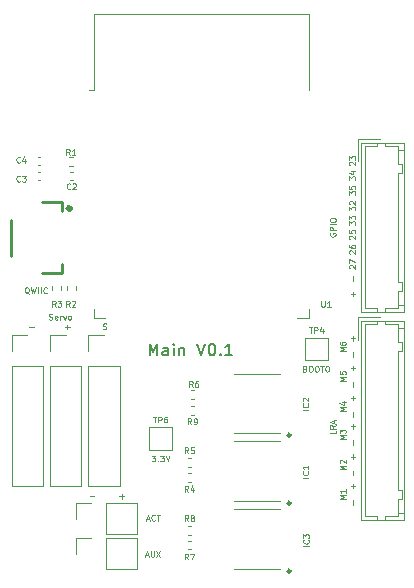
<source format=gbr>
%TF.GenerationSoftware,KiCad,Pcbnew,(6.0.0-0)*%
%TF.CreationDate,2022-04-13T11:49:57+02:00*%
%TF.ProjectId,Main,4d61696e-2e6b-4696-9361-645f70636258,rev?*%
%TF.SameCoordinates,Original*%
%TF.FileFunction,Legend,Top*%
%TF.FilePolarity,Positive*%
%FSLAX46Y46*%
G04 Gerber Fmt 4.6, Leading zero omitted, Abs format (unit mm)*
G04 Created by KiCad (PCBNEW (6.0.0-0)) date 2022-04-13 11:49:57*
%MOMM*%
%LPD*%
G01*
G04 APERTURE LIST*
%ADD10C,0.100000*%
%ADD11C,0.200000*%
%ADD12C,0.120000*%
%ADD13C,0.250000*%
%ADD14C,0.254000*%
%ADD15C,0.398780*%
G04 APERTURE END LIST*
D10*
X90033333Y-90064285D02*
X90104761Y-90088095D01*
X90128571Y-90111904D01*
X90152380Y-90159523D01*
X90152380Y-90230952D01*
X90128571Y-90278571D01*
X90104761Y-90302380D01*
X90057142Y-90326190D01*
X89866666Y-90326190D01*
X89866666Y-89826190D01*
X90033333Y-89826190D01*
X90080952Y-89850000D01*
X90104761Y-89873809D01*
X90128571Y-89921428D01*
X90128571Y-89969047D01*
X90104761Y-90016666D01*
X90080952Y-90040476D01*
X90033333Y-90064285D01*
X89866666Y-90064285D01*
X90461904Y-89826190D02*
X90557142Y-89826190D01*
X90604761Y-89850000D01*
X90652380Y-89897619D01*
X90676190Y-89992857D01*
X90676190Y-90159523D01*
X90652380Y-90254761D01*
X90604761Y-90302380D01*
X90557142Y-90326190D01*
X90461904Y-90326190D01*
X90414285Y-90302380D01*
X90366666Y-90254761D01*
X90342857Y-90159523D01*
X90342857Y-89992857D01*
X90366666Y-89897619D01*
X90414285Y-89850000D01*
X90461904Y-89826190D01*
X90985714Y-89826190D02*
X91080952Y-89826190D01*
X91128571Y-89850000D01*
X91176190Y-89897619D01*
X91200000Y-89992857D01*
X91200000Y-90159523D01*
X91176190Y-90254761D01*
X91128571Y-90302380D01*
X91080952Y-90326190D01*
X90985714Y-90326190D01*
X90938095Y-90302380D01*
X90890476Y-90254761D01*
X90866666Y-90159523D01*
X90866666Y-89992857D01*
X90890476Y-89897619D01*
X90938095Y-89850000D01*
X90985714Y-89826190D01*
X91342857Y-89826190D02*
X91628571Y-89826190D01*
X91485714Y-90326190D02*
X91485714Y-89826190D01*
X91890476Y-89826190D02*
X91938095Y-89826190D01*
X91985714Y-89850000D01*
X92009523Y-89873809D01*
X92033333Y-89921428D01*
X92057142Y-90016666D01*
X92057142Y-90135714D01*
X92033333Y-90230952D01*
X92009523Y-90278571D01*
X91985714Y-90302380D01*
X91938095Y-90326190D01*
X91890476Y-90326190D01*
X91842857Y-90302380D01*
X91819047Y-90278571D01*
X91795238Y-90230952D01*
X91771428Y-90135714D01*
X91771428Y-90016666D01*
X91795238Y-89921428D01*
X91819047Y-89873809D01*
X91842857Y-89850000D01*
X91890476Y-89826190D01*
X77061904Y-97426190D02*
X77371428Y-97426190D01*
X77204761Y-97616666D01*
X77276190Y-97616666D01*
X77323809Y-97640476D01*
X77347619Y-97664285D01*
X77371428Y-97711904D01*
X77371428Y-97830952D01*
X77347619Y-97878571D01*
X77323809Y-97902380D01*
X77276190Y-97926190D01*
X77133333Y-97926190D01*
X77085714Y-97902380D01*
X77061904Y-97878571D01*
X77585714Y-97878571D02*
X77609523Y-97902380D01*
X77585714Y-97926190D01*
X77561904Y-97902380D01*
X77585714Y-97878571D01*
X77585714Y-97926190D01*
X77776190Y-97426190D02*
X78085714Y-97426190D01*
X77919047Y-97616666D01*
X77990476Y-97616666D01*
X78038095Y-97640476D01*
X78061904Y-97664285D01*
X78085714Y-97711904D01*
X78085714Y-97830952D01*
X78061904Y-97878571D01*
X78038095Y-97902380D01*
X77990476Y-97926190D01*
X77847619Y-97926190D01*
X77800000Y-97902380D01*
X77776190Y-97878571D01*
X78228571Y-97426190D02*
X78395238Y-97926190D01*
X78561904Y-97426190D01*
X93776190Y-75354761D02*
X93776190Y-75045238D01*
X93966666Y-75211904D01*
X93966666Y-75140476D01*
X93990476Y-75092857D01*
X94014285Y-75069047D01*
X94061904Y-75045238D01*
X94180952Y-75045238D01*
X94228571Y-75069047D01*
X94252380Y-75092857D01*
X94276190Y-75140476D01*
X94276190Y-75283333D01*
X94252380Y-75330952D01*
X94228571Y-75354761D01*
X93776190Y-74592857D02*
X93776190Y-74830952D01*
X94014285Y-74854761D01*
X93990476Y-74830952D01*
X93966666Y-74783333D01*
X93966666Y-74664285D01*
X93990476Y-74616666D01*
X94014285Y-74592857D01*
X94061904Y-74569047D01*
X94180952Y-74569047D01*
X94228571Y-74592857D01*
X94252380Y-74616666D01*
X94276190Y-74664285D01*
X94276190Y-74783333D01*
X94252380Y-74830952D01*
X94228571Y-74854761D01*
X71797619Y-100885714D02*
X72178571Y-100885714D01*
X74321428Y-100885714D02*
X74702380Y-100885714D01*
X74511904Y-101076190D02*
X74511904Y-100695238D01*
X93473690Y-93654761D02*
X92973690Y-93654761D01*
X93330833Y-93488095D01*
X92973690Y-93321428D01*
X93473690Y-93321428D01*
X93140357Y-92869047D02*
X93473690Y-92869047D01*
X92949880Y-92988095D02*
X93307023Y-93107142D01*
X93307023Y-92797619D01*
X94088214Y-94130952D02*
X94088214Y-93750000D01*
X94088214Y-92750000D02*
X94088214Y-92369047D01*
X94278690Y-92559523D02*
X93897738Y-92559523D01*
X94085714Y-83940476D02*
X94085714Y-83559523D01*
X94276190Y-83750000D02*
X93895238Y-83750000D01*
X93473690Y-98604761D02*
X92973690Y-98604761D01*
X93330833Y-98438095D01*
X92973690Y-98271428D01*
X93473690Y-98271428D01*
X93021309Y-98057142D02*
X92997500Y-98033333D01*
X92973690Y-97985714D01*
X92973690Y-97866666D01*
X92997500Y-97819047D01*
X93021309Y-97795238D01*
X93068928Y-97771428D01*
X93116547Y-97771428D01*
X93187976Y-97795238D01*
X93473690Y-98080952D01*
X93473690Y-97771428D01*
X94088214Y-99080952D02*
X94088214Y-98700000D01*
X94088214Y-97700000D02*
X94088214Y-97319047D01*
X94278690Y-97509523D02*
X93897738Y-97509523D01*
X92626190Y-95309523D02*
X92626190Y-95547619D01*
X92126190Y-95547619D01*
X92626190Y-94857142D02*
X92388095Y-95023809D01*
X92626190Y-95142857D02*
X92126190Y-95142857D01*
X92126190Y-94952380D01*
X92150000Y-94904761D01*
X92173809Y-94880952D01*
X92221428Y-94857142D01*
X92292857Y-94857142D01*
X92340476Y-94880952D01*
X92364285Y-94904761D01*
X92388095Y-94952380D01*
X92388095Y-95142857D01*
X92483333Y-94666666D02*
X92483333Y-94428571D01*
X92626190Y-94714285D02*
X92126190Y-94547619D01*
X92626190Y-94380952D01*
X93776190Y-74104761D02*
X93776190Y-73795238D01*
X93966666Y-73961904D01*
X93966666Y-73890476D01*
X93990476Y-73842857D01*
X94014285Y-73819047D01*
X94061904Y-73795238D01*
X94180952Y-73795238D01*
X94228571Y-73819047D01*
X94252380Y-73842857D01*
X94276190Y-73890476D01*
X94276190Y-74033333D01*
X94252380Y-74080952D01*
X94228571Y-74104761D01*
X93942857Y-73366666D02*
X94276190Y-73366666D01*
X93752380Y-73485714D02*
X94109523Y-73604761D01*
X94109523Y-73295238D01*
X94085714Y-82640476D02*
X94085714Y-82259523D01*
X93776190Y-76654761D02*
X93776190Y-76345238D01*
X93966666Y-76511904D01*
X93966666Y-76440476D01*
X93990476Y-76392857D01*
X94014285Y-76369047D01*
X94061904Y-76345238D01*
X94180952Y-76345238D01*
X94228571Y-76369047D01*
X94252380Y-76392857D01*
X94276190Y-76440476D01*
X94276190Y-76583333D01*
X94252380Y-76630952D01*
X94228571Y-76654761D01*
X93823809Y-76154761D02*
X93800000Y-76130952D01*
X93776190Y-76083333D01*
X93776190Y-75964285D01*
X93800000Y-75916666D01*
X93823809Y-75892857D01*
X93871428Y-75869047D01*
X93919047Y-75869047D01*
X93990476Y-75892857D01*
X94276190Y-76178571D01*
X94276190Y-75869047D01*
X93473690Y-101104761D02*
X92973690Y-101104761D01*
X93330833Y-100938095D01*
X92973690Y-100771428D01*
X93473690Y-100771428D01*
X93473690Y-100271428D02*
X93473690Y-100557142D01*
X93473690Y-100414285D02*
X92973690Y-100414285D01*
X93045119Y-100461904D01*
X93092738Y-100509523D01*
X93116547Y-100557142D01*
X94088214Y-101580952D02*
X94088214Y-101200000D01*
X94088214Y-100200000D02*
X94088214Y-99819047D01*
X94278690Y-100009523D02*
X93897738Y-100009523D01*
X93823809Y-80330952D02*
X93800000Y-80307142D01*
X93776190Y-80259523D01*
X93776190Y-80140476D01*
X93800000Y-80092857D01*
X93823809Y-80069047D01*
X93871428Y-80045238D01*
X93919047Y-80045238D01*
X93990476Y-80069047D01*
X94276190Y-80354761D01*
X94276190Y-80045238D01*
X93776190Y-79616666D02*
X93776190Y-79711904D01*
X93800000Y-79759523D01*
X93823809Y-79783333D01*
X93895238Y-79830952D01*
X93990476Y-79854761D01*
X94180952Y-79854761D01*
X94228571Y-79830952D01*
X94252380Y-79807142D01*
X94276190Y-79759523D01*
X94276190Y-79664285D01*
X94252380Y-79616666D01*
X94228571Y-79592857D01*
X94180952Y-79569047D01*
X94061904Y-79569047D01*
X94014285Y-79592857D01*
X93990476Y-79616666D01*
X93966666Y-79664285D01*
X93966666Y-79759523D01*
X93990476Y-79807142D01*
X94014285Y-79830952D01*
X94061904Y-79854761D01*
X93473690Y-91104761D02*
X92973690Y-91104761D01*
X93330833Y-90938095D01*
X92973690Y-90771428D01*
X93473690Y-90771428D01*
X92973690Y-90295238D02*
X92973690Y-90533333D01*
X93211785Y-90557142D01*
X93187976Y-90533333D01*
X93164166Y-90485714D01*
X93164166Y-90366666D01*
X93187976Y-90319047D01*
X93211785Y-90295238D01*
X93259404Y-90271428D01*
X93378452Y-90271428D01*
X93426071Y-90295238D01*
X93449880Y-90319047D01*
X93473690Y-90366666D01*
X93473690Y-90485714D01*
X93449880Y-90533333D01*
X93426071Y-90557142D01*
X94088214Y-91580952D02*
X94088214Y-91200000D01*
X94088214Y-90200000D02*
X94088214Y-89819047D01*
X94278690Y-90009523D02*
X93897738Y-90009523D01*
X76590476Y-102783333D02*
X76828571Y-102783333D01*
X76542857Y-102926190D02*
X76709523Y-102426190D01*
X76876190Y-102926190D01*
X77328571Y-102878571D02*
X77304761Y-102902380D01*
X77233333Y-102926190D01*
X77185714Y-102926190D01*
X77114285Y-102902380D01*
X77066666Y-102854761D01*
X77042857Y-102807142D01*
X77019047Y-102711904D01*
X77019047Y-102640476D01*
X77042857Y-102545238D01*
X77066666Y-102497619D01*
X77114285Y-102450000D01*
X77185714Y-102426190D01*
X77233333Y-102426190D01*
X77304761Y-102450000D01*
X77328571Y-102473809D01*
X77471428Y-102426190D02*
X77757142Y-102426190D01*
X77614285Y-102926190D02*
X77614285Y-102426190D01*
X93473690Y-96054761D02*
X92973690Y-96054761D01*
X93330833Y-95888095D01*
X92973690Y-95721428D01*
X93473690Y-95721428D01*
X92973690Y-95530952D02*
X92973690Y-95221428D01*
X93164166Y-95388095D01*
X93164166Y-95316666D01*
X93187976Y-95269047D01*
X93211785Y-95245238D01*
X93259404Y-95221428D01*
X93378452Y-95221428D01*
X93426071Y-95245238D01*
X93449880Y-95269047D01*
X93473690Y-95316666D01*
X93473690Y-95459523D01*
X93449880Y-95507142D01*
X93426071Y-95530952D01*
X94088214Y-96530952D02*
X94088214Y-96150000D01*
X94088214Y-95150000D02*
X94088214Y-94769047D01*
X94278690Y-94959523D02*
X93897738Y-94959523D01*
X68371428Y-85899880D02*
X68442857Y-85923690D01*
X68561904Y-85923690D01*
X68609523Y-85899880D01*
X68633333Y-85876071D01*
X68657142Y-85828452D01*
X68657142Y-85780833D01*
X68633333Y-85733214D01*
X68609523Y-85709404D01*
X68561904Y-85685595D01*
X68466666Y-85661785D01*
X68419047Y-85637976D01*
X68395238Y-85614166D01*
X68371428Y-85566547D01*
X68371428Y-85518928D01*
X68395238Y-85471309D01*
X68419047Y-85447500D01*
X68466666Y-85423690D01*
X68585714Y-85423690D01*
X68657142Y-85447500D01*
X69061904Y-85899880D02*
X69014285Y-85923690D01*
X68919047Y-85923690D01*
X68871428Y-85899880D01*
X68847619Y-85852261D01*
X68847619Y-85661785D01*
X68871428Y-85614166D01*
X68919047Y-85590357D01*
X69014285Y-85590357D01*
X69061904Y-85614166D01*
X69085714Y-85661785D01*
X69085714Y-85709404D01*
X68847619Y-85757023D01*
X69300000Y-85923690D02*
X69300000Y-85590357D01*
X69300000Y-85685595D02*
X69323809Y-85637976D01*
X69347619Y-85614166D01*
X69395238Y-85590357D01*
X69442857Y-85590357D01*
X69561904Y-85590357D02*
X69680952Y-85923690D01*
X69800000Y-85590357D01*
X70061904Y-85923690D02*
X70014285Y-85899880D01*
X69990476Y-85876071D01*
X69966666Y-85828452D01*
X69966666Y-85685595D01*
X69990476Y-85637976D01*
X70014285Y-85614166D01*
X70061904Y-85590357D01*
X70133333Y-85590357D01*
X70180952Y-85614166D01*
X70204761Y-85637976D01*
X70228571Y-85685595D01*
X70228571Y-85828452D01*
X70204761Y-85876071D01*
X70180952Y-85899880D01*
X70133333Y-85923690D01*
X70061904Y-85923690D01*
X66704761Y-86538214D02*
X67085714Y-86538214D01*
X69728571Y-86538214D02*
X70109523Y-86538214D01*
X69919047Y-86728690D02*
X69919047Y-86347738D01*
X72942857Y-86704880D02*
X73014285Y-86728690D01*
X73133333Y-86728690D01*
X73180952Y-86704880D01*
X73204761Y-86681071D01*
X73228571Y-86633452D01*
X73228571Y-86585833D01*
X73204761Y-86538214D01*
X73180952Y-86514404D01*
X73133333Y-86490595D01*
X73038095Y-86466785D01*
X72990476Y-86442976D01*
X72966666Y-86419166D01*
X72942857Y-86371547D01*
X72942857Y-86323928D01*
X72966666Y-86276309D01*
X72990476Y-86252500D01*
X73038095Y-86228690D01*
X73157142Y-86228690D01*
X73228571Y-86252500D01*
X66666666Y-83723809D02*
X66619047Y-83700000D01*
X66571428Y-83652380D01*
X66500000Y-83580952D01*
X66452380Y-83557142D01*
X66404761Y-83557142D01*
X66428571Y-83676190D02*
X66380952Y-83652380D01*
X66333333Y-83604761D01*
X66309523Y-83509523D01*
X66309523Y-83342857D01*
X66333333Y-83247619D01*
X66380952Y-83200000D01*
X66428571Y-83176190D01*
X66523809Y-83176190D01*
X66571428Y-83200000D01*
X66619047Y-83247619D01*
X66642857Y-83342857D01*
X66642857Y-83509523D01*
X66619047Y-83604761D01*
X66571428Y-83652380D01*
X66523809Y-83676190D01*
X66428571Y-83676190D01*
X66809523Y-83176190D02*
X66928571Y-83676190D01*
X67023809Y-83319047D01*
X67119047Y-83676190D01*
X67238095Y-83176190D01*
X67428571Y-83676190D02*
X67428571Y-83176190D01*
X67666666Y-83676190D02*
X67666666Y-83176190D01*
X68190476Y-83628571D02*
X68166666Y-83652380D01*
X68095238Y-83676190D01*
X68047619Y-83676190D01*
X67976190Y-83652380D01*
X67928571Y-83604761D01*
X67904761Y-83557142D01*
X67880952Y-83461904D01*
X67880952Y-83390476D01*
X67904761Y-83295238D01*
X67928571Y-83247619D01*
X67976190Y-83200000D01*
X68047619Y-83176190D01*
X68095238Y-83176190D01*
X68166666Y-83200000D01*
X68190476Y-83223809D01*
D11*
X76873809Y-88952380D02*
X76873809Y-87952380D01*
X77207142Y-88666666D01*
X77540476Y-87952380D01*
X77540476Y-88952380D01*
X78445238Y-88952380D02*
X78445238Y-88428571D01*
X78397619Y-88333333D01*
X78302380Y-88285714D01*
X78111904Y-88285714D01*
X78016666Y-88333333D01*
X78445238Y-88904761D02*
X78350000Y-88952380D01*
X78111904Y-88952380D01*
X78016666Y-88904761D01*
X77969047Y-88809523D01*
X77969047Y-88714285D01*
X78016666Y-88619047D01*
X78111904Y-88571428D01*
X78350000Y-88571428D01*
X78445238Y-88523809D01*
X78921428Y-88952380D02*
X78921428Y-88285714D01*
X78921428Y-87952380D02*
X78873809Y-88000000D01*
X78921428Y-88047619D01*
X78969047Y-88000000D01*
X78921428Y-87952380D01*
X78921428Y-88047619D01*
X79397619Y-88285714D02*
X79397619Y-88952380D01*
X79397619Y-88380952D02*
X79445238Y-88333333D01*
X79540476Y-88285714D01*
X79683333Y-88285714D01*
X79778571Y-88333333D01*
X79826190Y-88428571D01*
X79826190Y-88952380D01*
X80921428Y-87952380D02*
X81254761Y-88952380D01*
X81588095Y-87952380D01*
X82111904Y-87952380D02*
X82207142Y-87952380D01*
X82302380Y-88000000D01*
X82350000Y-88047619D01*
X82397619Y-88142857D01*
X82445238Y-88333333D01*
X82445238Y-88571428D01*
X82397619Y-88761904D01*
X82350000Y-88857142D01*
X82302380Y-88904761D01*
X82207142Y-88952380D01*
X82111904Y-88952380D01*
X82016666Y-88904761D01*
X81969047Y-88857142D01*
X81921428Y-88761904D01*
X81873809Y-88571428D01*
X81873809Y-88333333D01*
X81921428Y-88142857D01*
X81969047Y-88047619D01*
X82016666Y-88000000D01*
X82111904Y-87952380D01*
X82873809Y-88857142D02*
X82921428Y-88904761D01*
X82873809Y-88952380D01*
X82826190Y-88904761D01*
X82873809Y-88857142D01*
X82873809Y-88952380D01*
X83873809Y-88952380D02*
X83302380Y-88952380D01*
X83588095Y-88952380D02*
X83588095Y-87952380D01*
X83492857Y-88095238D01*
X83397619Y-88190476D01*
X83302380Y-88238095D01*
D10*
X93776190Y-77904761D02*
X93776190Y-77595238D01*
X93966666Y-77761904D01*
X93966666Y-77690476D01*
X93990476Y-77642857D01*
X94014285Y-77619047D01*
X94061904Y-77595238D01*
X94180952Y-77595238D01*
X94228571Y-77619047D01*
X94252380Y-77642857D01*
X94276190Y-77690476D01*
X94276190Y-77833333D01*
X94252380Y-77880952D01*
X94228571Y-77904761D01*
X93776190Y-77428571D02*
X93776190Y-77119047D01*
X93966666Y-77285714D01*
X93966666Y-77214285D01*
X93990476Y-77166666D01*
X94014285Y-77142857D01*
X94061904Y-77119047D01*
X94180952Y-77119047D01*
X94228571Y-77142857D01*
X94252380Y-77166666D01*
X94276190Y-77214285D01*
X94276190Y-77357142D01*
X94252380Y-77404761D01*
X94228571Y-77428571D01*
X92150000Y-78600000D02*
X92126190Y-78647619D01*
X92126190Y-78719047D01*
X92150000Y-78790476D01*
X92197619Y-78838095D01*
X92245238Y-78861904D01*
X92340476Y-78885714D01*
X92411904Y-78885714D01*
X92507142Y-78861904D01*
X92554761Y-78838095D01*
X92602380Y-78790476D01*
X92626190Y-78719047D01*
X92626190Y-78671428D01*
X92602380Y-78600000D01*
X92578571Y-78576190D01*
X92411904Y-78576190D01*
X92411904Y-78671428D01*
X92626190Y-78361904D02*
X92126190Y-78361904D01*
X92126190Y-78171428D01*
X92150000Y-78123809D01*
X92173809Y-78100000D01*
X92221428Y-78076190D01*
X92292857Y-78076190D01*
X92340476Y-78100000D01*
X92364285Y-78123809D01*
X92388095Y-78171428D01*
X92388095Y-78361904D01*
X92626190Y-77861904D02*
X92126190Y-77861904D01*
X92126190Y-77528571D02*
X92126190Y-77433333D01*
X92150000Y-77385714D01*
X92197619Y-77338095D01*
X92292857Y-77314285D01*
X92459523Y-77314285D01*
X92554761Y-77338095D01*
X92602380Y-77385714D01*
X92626190Y-77433333D01*
X92626190Y-77528571D01*
X92602380Y-77576190D01*
X92554761Y-77623809D01*
X92459523Y-77647619D01*
X92292857Y-77647619D01*
X92197619Y-77623809D01*
X92150000Y-77576190D01*
X92126190Y-77528571D01*
X93473690Y-88604761D02*
X92973690Y-88604761D01*
X93330833Y-88438095D01*
X92973690Y-88271428D01*
X93473690Y-88271428D01*
X92973690Y-87819047D02*
X92973690Y-87914285D01*
X92997500Y-87961904D01*
X93021309Y-87985714D01*
X93092738Y-88033333D01*
X93187976Y-88057142D01*
X93378452Y-88057142D01*
X93426071Y-88033333D01*
X93449880Y-88009523D01*
X93473690Y-87961904D01*
X93473690Y-87866666D01*
X93449880Y-87819047D01*
X93426071Y-87795238D01*
X93378452Y-87771428D01*
X93259404Y-87771428D01*
X93211785Y-87795238D01*
X93187976Y-87819047D01*
X93164166Y-87866666D01*
X93164166Y-87961904D01*
X93187976Y-88009523D01*
X93211785Y-88033333D01*
X93259404Y-88057142D01*
X94088214Y-89080952D02*
X94088214Y-88700000D01*
X94088214Y-87700000D02*
X94088214Y-87319047D01*
X94278690Y-87509523D02*
X93897738Y-87509523D01*
X93823809Y-79080952D02*
X93800000Y-79057142D01*
X93776190Y-79009523D01*
X93776190Y-78890476D01*
X93800000Y-78842857D01*
X93823809Y-78819047D01*
X93871428Y-78795238D01*
X93919047Y-78795238D01*
X93990476Y-78819047D01*
X94276190Y-79104761D01*
X94276190Y-78795238D01*
X93776190Y-78342857D02*
X93776190Y-78580952D01*
X94014285Y-78604761D01*
X93990476Y-78580952D01*
X93966666Y-78533333D01*
X93966666Y-78414285D01*
X93990476Y-78366666D01*
X94014285Y-78342857D01*
X94061904Y-78319047D01*
X94180952Y-78319047D01*
X94228571Y-78342857D01*
X94252380Y-78366666D01*
X94276190Y-78414285D01*
X94276190Y-78533333D01*
X94252380Y-78580952D01*
X94228571Y-78604761D01*
X93823809Y-81580952D02*
X93800000Y-81557142D01*
X93776190Y-81509523D01*
X93776190Y-81390476D01*
X93800000Y-81342857D01*
X93823809Y-81319047D01*
X93871428Y-81295238D01*
X93919047Y-81295238D01*
X93990476Y-81319047D01*
X94276190Y-81604761D01*
X94276190Y-81295238D01*
X93776190Y-81128571D02*
X93776190Y-80795238D01*
X94276190Y-81009523D01*
X93823809Y-72830952D02*
X93800000Y-72807142D01*
X93776190Y-72759523D01*
X93776190Y-72640476D01*
X93800000Y-72592857D01*
X93823809Y-72569047D01*
X93871428Y-72545238D01*
X93919047Y-72545238D01*
X93990476Y-72569047D01*
X94276190Y-72854761D01*
X94276190Y-72545238D01*
X93776190Y-72378571D02*
X93776190Y-72069047D01*
X93966666Y-72235714D01*
X93966666Y-72164285D01*
X93990476Y-72116666D01*
X94014285Y-72092857D01*
X94061904Y-72069047D01*
X94180952Y-72069047D01*
X94228571Y-72092857D01*
X94252380Y-72116666D01*
X94276190Y-72164285D01*
X94276190Y-72307142D01*
X94252380Y-72354761D01*
X94228571Y-72378571D01*
X76530952Y-105833333D02*
X76769047Y-105833333D01*
X76483333Y-105976190D02*
X76650000Y-105476190D01*
X76816666Y-105976190D01*
X76983333Y-105476190D02*
X76983333Y-105880952D01*
X77007142Y-105928571D01*
X77030952Y-105952380D01*
X77078571Y-105976190D01*
X77173809Y-105976190D01*
X77221428Y-105952380D01*
X77245238Y-105928571D01*
X77269047Y-105880952D01*
X77269047Y-105476190D01*
X77459523Y-105476190D02*
X77792857Y-105976190D01*
X77792857Y-105476190D02*
X77459523Y-105976190D01*
%TO.C,R9*%
X80416666Y-94776190D02*
X80250000Y-94538095D01*
X80130952Y-94776190D02*
X80130952Y-94276190D01*
X80321428Y-94276190D01*
X80369047Y-94300000D01*
X80392857Y-94323809D01*
X80416666Y-94371428D01*
X80416666Y-94442857D01*
X80392857Y-94490476D01*
X80369047Y-94514285D01*
X80321428Y-94538095D01*
X80130952Y-94538095D01*
X80654761Y-94776190D02*
X80750000Y-94776190D01*
X80797619Y-94752380D01*
X80821428Y-94728571D01*
X80869047Y-94657142D01*
X80892857Y-94561904D01*
X80892857Y-94371428D01*
X80869047Y-94323809D01*
X80845238Y-94300000D01*
X80797619Y-94276190D01*
X80702380Y-94276190D01*
X80654761Y-94300000D01*
X80630952Y-94323809D01*
X80607142Y-94371428D01*
X80607142Y-94490476D01*
X80630952Y-94538095D01*
X80654761Y-94561904D01*
X80702380Y-94585714D01*
X80797619Y-94585714D01*
X80845238Y-94561904D01*
X80869047Y-94538095D01*
X80892857Y-94490476D01*
%TO.C,C2*%
X70166666Y-74828571D02*
X70142857Y-74852380D01*
X70071428Y-74876190D01*
X70023809Y-74876190D01*
X69952380Y-74852380D01*
X69904761Y-74804761D01*
X69880952Y-74757142D01*
X69857142Y-74661904D01*
X69857142Y-74590476D01*
X69880952Y-74495238D01*
X69904761Y-74447619D01*
X69952380Y-74400000D01*
X70023809Y-74376190D01*
X70071428Y-74376190D01*
X70142857Y-74400000D01*
X70166666Y-74423809D01*
X70357142Y-74423809D02*
X70380952Y-74400000D01*
X70428571Y-74376190D01*
X70547619Y-74376190D01*
X70595238Y-74400000D01*
X70619047Y-74423809D01*
X70642857Y-74471428D01*
X70642857Y-74519047D01*
X70619047Y-74590476D01*
X70333333Y-74876190D01*
X70642857Y-74876190D01*
%TO.C,R3*%
X68916666Y-84826190D02*
X68750000Y-84588095D01*
X68630952Y-84826190D02*
X68630952Y-84326190D01*
X68821428Y-84326190D01*
X68869047Y-84350000D01*
X68892857Y-84373809D01*
X68916666Y-84421428D01*
X68916666Y-84492857D01*
X68892857Y-84540476D01*
X68869047Y-84564285D01*
X68821428Y-84588095D01*
X68630952Y-84588095D01*
X69083333Y-84326190D02*
X69392857Y-84326190D01*
X69226190Y-84516666D01*
X69297619Y-84516666D01*
X69345238Y-84540476D01*
X69369047Y-84564285D01*
X69392857Y-84611904D01*
X69392857Y-84730952D01*
X69369047Y-84778571D01*
X69345238Y-84802380D01*
X69297619Y-84826190D01*
X69154761Y-84826190D01*
X69107142Y-84802380D01*
X69083333Y-84778571D01*
%TO.C,IC2*%
X90326190Y-93538095D02*
X89826190Y-93538095D01*
X90278571Y-93014285D02*
X90302380Y-93038095D01*
X90326190Y-93109523D01*
X90326190Y-93157142D01*
X90302380Y-93228571D01*
X90254761Y-93276190D01*
X90207142Y-93300000D01*
X90111904Y-93323809D01*
X90040476Y-93323809D01*
X89945238Y-93300000D01*
X89897619Y-93276190D01*
X89850000Y-93228571D01*
X89826190Y-93157142D01*
X89826190Y-93109523D01*
X89850000Y-93038095D01*
X89873809Y-93014285D01*
X89873809Y-92823809D02*
X89850000Y-92800000D01*
X89826190Y-92752380D01*
X89826190Y-92633333D01*
X89850000Y-92585714D01*
X89873809Y-92561904D01*
X89921428Y-92538095D01*
X89969047Y-92538095D01*
X90040476Y-92561904D01*
X90326190Y-92847619D01*
X90326190Y-92538095D01*
%TO.C,R6*%
X80516666Y-91626190D02*
X80350000Y-91388095D01*
X80230952Y-91626190D02*
X80230952Y-91126190D01*
X80421428Y-91126190D01*
X80469047Y-91150000D01*
X80492857Y-91173809D01*
X80516666Y-91221428D01*
X80516666Y-91292857D01*
X80492857Y-91340476D01*
X80469047Y-91364285D01*
X80421428Y-91388095D01*
X80230952Y-91388095D01*
X80945238Y-91126190D02*
X80850000Y-91126190D01*
X80802380Y-91150000D01*
X80778571Y-91173809D01*
X80730952Y-91245238D01*
X80707142Y-91340476D01*
X80707142Y-91530952D01*
X80730952Y-91578571D01*
X80754761Y-91602380D01*
X80802380Y-91626190D01*
X80897619Y-91626190D01*
X80945238Y-91602380D01*
X80969047Y-91578571D01*
X80992857Y-91530952D01*
X80992857Y-91411904D01*
X80969047Y-91364285D01*
X80945238Y-91340476D01*
X80897619Y-91316666D01*
X80802380Y-91316666D01*
X80754761Y-91340476D01*
X80730952Y-91364285D01*
X80707142Y-91411904D01*
%TO.C,TP6*%
X77169047Y-94126190D02*
X77454761Y-94126190D01*
X77311904Y-94626190D02*
X77311904Y-94126190D01*
X77621428Y-94626190D02*
X77621428Y-94126190D01*
X77811904Y-94126190D01*
X77859523Y-94150000D01*
X77883333Y-94173809D01*
X77907142Y-94221428D01*
X77907142Y-94292857D01*
X77883333Y-94340476D01*
X77859523Y-94364285D01*
X77811904Y-94388095D01*
X77621428Y-94388095D01*
X78335714Y-94126190D02*
X78240476Y-94126190D01*
X78192857Y-94150000D01*
X78169047Y-94173809D01*
X78121428Y-94245238D01*
X78097619Y-94340476D01*
X78097619Y-94530952D01*
X78121428Y-94578571D01*
X78145238Y-94602380D01*
X78192857Y-94626190D01*
X78288095Y-94626190D01*
X78335714Y-94602380D01*
X78359523Y-94578571D01*
X78383333Y-94530952D01*
X78383333Y-94411904D01*
X78359523Y-94364285D01*
X78335714Y-94340476D01*
X78288095Y-94316666D01*
X78192857Y-94316666D01*
X78145238Y-94340476D01*
X78121428Y-94364285D01*
X78097619Y-94411904D01*
%TO.C,R8*%
X80166666Y-102976190D02*
X80000000Y-102738095D01*
X79880952Y-102976190D02*
X79880952Y-102476190D01*
X80071428Y-102476190D01*
X80119047Y-102500000D01*
X80142857Y-102523809D01*
X80166666Y-102571428D01*
X80166666Y-102642857D01*
X80142857Y-102690476D01*
X80119047Y-102714285D01*
X80071428Y-102738095D01*
X79880952Y-102738095D01*
X80452380Y-102690476D02*
X80404761Y-102666666D01*
X80380952Y-102642857D01*
X80357142Y-102595238D01*
X80357142Y-102571428D01*
X80380952Y-102523809D01*
X80404761Y-102500000D01*
X80452380Y-102476190D01*
X80547619Y-102476190D01*
X80595238Y-102500000D01*
X80619047Y-102523809D01*
X80642857Y-102571428D01*
X80642857Y-102595238D01*
X80619047Y-102642857D01*
X80595238Y-102666666D01*
X80547619Y-102690476D01*
X80452380Y-102690476D01*
X80404761Y-102714285D01*
X80380952Y-102738095D01*
X80357142Y-102785714D01*
X80357142Y-102880952D01*
X80380952Y-102928571D01*
X80404761Y-102952380D01*
X80452380Y-102976190D01*
X80547619Y-102976190D01*
X80595238Y-102952380D01*
X80619047Y-102928571D01*
X80642857Y-102880952D01*
X80642857Y-102785714D01*
X80619047Y-102738095D01*
X80595238Y-102714285D01*
X80547619Y-102690476D01*
%TO.C,U1*%
X91419047Y-84326190D02*
X91419047Y-84730952D01*
X91442857Y-84778571D01*
X91466666Y-84802380D01*
X91514285Y-84826190D01*
X91609523Y-84826190D01*
X91657142Y-84802380D01*
X91680952Y-84778571D01*
X91704761Y-84730952D01*
X91704761Y-84326190D01*
X92204761Y-84826190D02*
X91919047Y-84826190D01*
X92061904Y-84826190D02*
X92061904Y-84326190D01*
X92014285Y-84397619D01*
X91966666Y-84445238D01*
X91919047Y-84469047D01*
%TO.C,C4*%
X65916666Y-72578571D02*
X65892857Y-72602380D01*
X65821428Y-72626190D01*
X65773809Y-72626190D01*
X65702380Y-72602380D01*
X65654761Y-72554761D01*
X65630952Y-72507142D01*
X65607142Y-72411904D01*
X65607142Y-72340476D01*
X65630952Y-72245238D01*
X65654761Y-72197619D01*
X65702380Y-72150000D01*
X65773809Y-72126190D01*
X65821428Y-72126190D01*
X65892857Y-72150000D01*
X65916666Y-72173809D01*
X66345238Y-72292857D02*
X66345238Y-72626190D01*
X66226190Y-72102380D02*
X66107142Y-72459523D01*
X66416666Y-72459523D01*
%TO.C,R7*%
X80166666Y-106226190D02*
X80000000Y-105988095D01*
X79880952Y-106226190D02*
X79880952Y-105726190D01*
X80071428Y-105726190D01*
X80119047Y-105750000D01*
X80142857Y-105773809D01*
X80166666Y-105821428D01*
X80166666Y-105892857D01*
X80142857Y-105940476D01*
X80119047Y-105964285D01*
X80071428Y-105988095D01*
X79880952Y-105988095D01*
X80333333Y-105726190D02*
X80666666Y-105726190D01*
X80452380Y-106226190D01*
%TO.C,R5*%
X80166666Y-97226190D02*
X80000000Y-96988095D01*
X79880952Y-97226190D02*
X79880952Y-96726190D01*
X80071428Y-96726190D01*
X80119047Y-96750000D01*
X80142857Y-96773809D01*
X80166666Y-96821428D01*
X80166666Y-96892857D01*
X80142857Y-96940476D01*
X80119047Y-96964285D01*
X80071428Y-96988095D01*
X79880952Y-96988095D01*
X80619047Y-96726190D02*
X80380952Y-96726190D01*
X80357142Y-96964285D01*
X80380952Y-96940476D01*
X80428571Y-96916666D01*
X80547619Y-96916666D01*
X80595238Y-96940476D01*
X80619047Y-96964285D01*
X80642857Y-97011904D01*
X80642857Y-97130952D01*
X80619047Y-97178571D01*
X80595238Y-97202380D01*
X80547619Y-97226190D01*
X80428571Y-97226190D01*
X80380952Y-97202380D01*
X80357142Y-97178571D01*
%TO.C,IC1*%
X90326190Y-99288095D02*
X89826190Y-99288095D01*
X90278571Y-98764285D02*
X90302380Y-98788095D01*
X90326190Y-98859523D01*
X90326190Y-98907142D01*
X90302380Y-98978571D01*
X90254761Y-99026190D01*
X90207142Y-99050000D01*
X90111904Y-99073809D01*
X90040476Y-99073809D01*
X89945238Y-99050000D01*
X89897619Y-99026190D01*
X89850000Y-98978571D01*
X89826190Y-98907142D01*
X89826190Y-98859523D01*
X89850000Y-98788095D01*
X89873809Y-98764285D01*
X90326190Y-98288095D02*
X90326190Y-98573809D01*
X90326190Y-98430952D02*
X89826190Y-98430952D01*
X89897619Y-98478571D01*
X89945238Y-98526190D01*
X89969047Y-98573809D01*
%TO.C,C3*%
X65916666Y-74178571D02*
X65892857Y-74202380D01*
X65821428Y-74226190D01*
X65773809Y-74226190D01*
X65702380Y-74202380D01*
X65654761Y-74154761D01*
X65630952Y-74107142D01*
X65607142Y-74011904D01*
X65607142Y-73940476D01*
X65630952Y-73845238D01*
X65654761Y-73797619D01*
X65702380Y-73750000D01*
X65773809Y-73726190D01*
X65821428Y-73726190D01*
X65892857Y-73750000D01*
X65916666Y-73773809D01*
X66083333Y-73726190D02*
X66392857Y-73726190D01*
X66226190Y-73916666D01*
X66297619Y-73916666D01*
X66345238Y-73940476D01*
X66369047Y-73964285D01*
X66392857Y-74011904D01*
X66392857Y-74130952D01*
X66369047Y-74178571D01*
X66345238Y-74202380D01*
X66297619Y-74226190D01*
X66154761Y-74226190D01*
X66107142Y-74202380D01*
X66083333Y-74178571D01*
%TO.C,IC3*%
X90376190Y-105088095D02*
X89876190Y-105088095D01*
X90328571Y-104564285D02*
X90352380Y-104588095D01*
X90376190Y-104659523D01*
X90376190Y-104707142D01*
X90352380Y-104778571D01*
X90304761Y-104826190D01*
X90257142Y-104850000D01*
X90161904Y-104873809D01*
X90090476Y-104873809D01*
X89995238Y-104850000D01*
X89947619Y-104826190D01*
X89900000Y-104778571D01*
X89876190Y-104707142D01*
X89876190Y-104659523D01*
X89900000Y-104588095D01*
X89923809Y-104564285D01*
X89876190Y-104397619D02*
X89876190Y-104088095D01*
X90066666Y-104254761D01*
X90066666Y-104183333D01*
X90090476Y-104135714D01*
X90114285Y-104111904D01*
X90161904Y-104088095D01*
X90280952Y-104088095D01*
X90328571Y-104111904D01*
X90352380Y-104135714D01*
X90376190Y-104183333D01*
X90376190Y-104326190D01*
X90352380Y-104373809D01*
X90328571Y-104397619D01*
%TO.C,TP4*%
X90369047Y-86576190D02*
X90654761Y-86576190D01*
X90511904Y-87076190D02*
X90511904Y-86576190D01*
X90821428Y-87076190D02*
X90821428Y-86576190D01*
X91011904Y-86576190D01*
X91059523Y-86600000D01*
X91083333Y-86623809D01*
X91107142Y-86671428D01*
X91107142Y-86742857D01*
X91083333Y-86790476D01*
X91059523Y-86814285D01*
X91011904Y-86838095D01*
X90821428Y-86838095D01*
X91535714Y-86742857D02*
X91535714Y-87076190D01*
X91416666Y-86552380D02*
X91297619Y-86909523D01*
X91607142Y-86909523D01*
%TO.C,R2*%
X70116666Y-84826190D02*
X69950000Y-84588095D01*
X69830952Y-84826190D02*
X69830952Y-84326190D01*
X70021428Y-84326190D01*
X70069047Y-84350000D01*
X70092857Y-84373809D01*
X70116666Y-84421428D01*
X70116666Y-84492857D01*
X70092857Y-84540476D01*
X70069047Y-84564285D01*
X70021428Y-84588095D01*
X69830952Y-84588095D01*
X70307142Y-84373809D02*
X70330952Y-84350000D01*
X70378571Y-84326190D01*
X70497619Y-84326190D01*
X70545238Y-84350000D01*
X70569047Y-84373809D01*
X70592857Y-84421428D01*
X70592857Y-84469047D01*
X70569047Y-84540476D01*
X70283333Y-84826190D01*
X70592857Y-84826190D01*
%TO.C,R4*%
X80166666Y-100476190D02*
X80000000Y-100238095D01*
X79880952Y-100476190D02*
X79880952Y-99976190D01*
X80071428Y-99976190D01*
X80119047Y-100000000D01*
X80142857Y-100023809D01*
X80166666Y-100071428D01*
X80166666Y-100142857D01*
X80142857Y-100190476D01*
X80119047Y-100214285D01*
X80071428Y-100238095D01*
X79880952Y-100238095D01*
X80595238Y-100142857D02*
X80595238Y-100476190D01*
X80476190Y-99952380D02*
X80357142Y-100309523D01*
X80666666Y-100309523D01*
%TO.C,R1*%
X70116666Y-71976190D02*
X69950000Y-71738095D01*
X69830952Y-71976190D02*
X69830952Y-71476190D01*
X70021428Y-71476190D01*
X70069047Y-71500000D01*
X70092857Y-71523809D01*
X70116666Y-71571428D01*
X70116666Y-71642857D01*
X70092857Y-71690476D01*
X70069047Y-71714285D01*
X70021428Y-71738095D01*
X69830952Y-71738095D01*
X70592857Y-71976190D02*
X70307142Y-71976190D01*
X70450000Y-71976190D02*
X70450000Y-71476190D01*
X70402380Y-71547619D01*
X70354761Y-71595238D01*
X70307142Y-71619047D01*
D12*
%TO.C,R9*%
X80653641Y-94030000D02*
X80346359Y-94030000D01*
X80653641Y-93270000D02*
X80346359Y-93270000D01*
%TO.C,J8*%
X73220000Y-107055000D02*
X73220000Y-104395000D01*
X75820000Y-107055000D02*
X75820000Y-104395000D01*
X73220000Y-107055000D02*
X75820000Y-107055000D01*
X70620000Y-105725000D02*
X70620000Y-104395000D01*
X73220000Y-104395000D02*
X75820000Y-104395000D01*
X70620000Y-104395000D02*
X71950000Y-104395000D01*
%TO.C,C2*%
X70162164Y-73390000D02*
X70377836Y-73390000D01*
X70162164Y-74110000D02*
X70377836Y-74110000D01*
%TO.C,R3*%
X69380000Y-83403641D02*
X69380000Y-83096359D01*
X68620000Y-83403641D02*
X68620000Y-83096359D01*
%TO.C,IC2*%
X87950000Y-95513600D02*
X84050000Y-95513600D01*
X87950000Y-90486400D02*
X84050000Y-90486400D01*
D13*
X88807300Y-95703600D02*
G75*
G03*
X88807300Y-95703600I-125000J0D01*
G01*
D12*
%TO.C,R6*%
X80653641Y-91870000D02*
X80346359Y-91870000D01*
X80653641Y-92630000D02*
X80346359Y-92630000D01*
%TO.C,TP6*%
X78750000Y-96950000D02*
X76850000Y-96950000D01*
X76850000Y-96950000D02*
X76850000Y-95050000D01*
X76850000Y-95050000D02*
X78750000Y-95050000D01*
X78750000Y-95050000D02*
X78750000Y-96950000D01*
%TO.C,R8*%
X80403641Y-103370000D02*
X80096359Y-103370000D01*
X80403641Y-104130000D02*
X80096359Y-104130000D01*
%TO.C,U1*%
X90370000Y-60075000D02*
X90370000Y-66495000D01*
X72130000Y-85040000D02*
X72130000Y-85820000D01*
X72130000Y-85820000D02*
X73130000Y-85820000D01*
X72130000Y-66495000D02*
X71750000Y-66495000D01*
X90370000Y-85820000D02*
X89370000Y-85820000D01*
X72130000Y-60075000D02*
X90370000Y-60075000D01*
X90370000Y-85040000D02*
X90370000Y-85820000D01*
X72130000Y-60075000D02*
X72130000Y-66495000D01*
%TO.C,C4*%
X67607836Y-72860000D02*
X67392164Y-72860000D01*
X67607836Y-72140000D02*
X67392164Y-72140000D01*
%TO.C,J4*%
X65195000Y-100040000D02*
X67855000Y-100040000D01*
X65195000Y-89820000D02*
X65195000Y-100040000D01*
X65195000Y-88550000D02*
X65195000Y-87220000D01*
X65195000Y-87220000D02*
X66525000Y-87220000D01*
X67855000Y-89820000D02*
X67855000Y-100040000D01*
X65195000Y-89820000D02*
X67855000Y-89820000D01*
%TO.C,R7*%
X80403641Y-104620000D02*
X80096359Y-104620000D01*
X80403641Y-105380000D02*
X80096359Y-105380000D01*
%TO.C,R5*%
X80403641Y-97620000D02*
X80096359Y-97620000D01*
X80403641Y-98380000D02*
X80096359Y-98380000D01*
%TO.C,IC1*%
X87950000Y-101263600D02*
X84050000Y-101263600D01*
X87950000Y-96236400D02*
X84050000Y-96236400D01*
D13*
X88807300Y-101453600D02*
G75*
G03*
X88807300Y-101453600I-125000J0D01*
G01*
D12*
%TO.C,J5*%
X68445000Y-100040000D02*
X71105000Y-100040000D01*
X68445000Y-89820000D02*
X68445000Y-100040000D01*
X68445000Y-87220000D02*
X69775000Y-87220000D01*
X71105000Y-89820000D02*
X71105000Y-100040000D01*
X68445000Y-89820000D02*
X71105000Y-89820000D01*
X68445000Y-88550000D02*
X68445000Y-87220000D01*
%TO.C,C3*%
X67607836Y-74110000D02*
X67392164Y-74110000D01*
X67607836Y-73390000D02*
X67392164Y-73390000D01*
%TO.C,IC3*%
X87950000Y-101986400D02*
X84050000Y-101986400D01*
X87950000Y-107013600D02*
X84050000Y-107013600D01*
D13*
X88807300Y-107203600D02*
G75*
G03*
X88807300Y-107203600I-125000J0D01*
G01*
D12*
%TO.C,TP4*%
X90050000Y-87450000D02*
X91950000Y-87450000D01*
X91950000Y-87450000D02*
X91950000Y-89350000D01*
X91950000Y-89350000D02*
X90050000Y-89350000D01*
X90050000Y-89350000D02*
X90050000Y-87450000D01*
%TO.C,R2*%
X70630000Y-83403641D02*
X70630000Y-83096359D01*
X69870000Y-83403641D02*
X69870000Y-83096359D01*
%TO.C,J6*%
X71695000Y-89820000D02*
X74355000Y-89820000D01*
X71695000Y-88550000D02*
X71695000Y-87220000D01*
X74355000Y-89820000D02*
X74355000Y-100040000D01*
X71695000Y-100040000D02*
X74355000Y-100040000D01*
X71695000Y-89820000D02*
X71695000Y-100040000D01*
X71695000Y-87220000D02*
X73025000Y-87220000D01*
%TO.C,J7*%
X98400000Y-86025000D02*
X94800000Y-86025000D01*
X96400000Y-85715000D02*
X94490000Y-85715000D01*
X96850000Y-86025000D02*
X96850000Y-86325000D01*
X97950000Y-86325000D02*
X97950000Y-86625000D01*
X98250000Y-87825000D02*
X98250000Y-88575000D01*
X96100000Y-86025000D02*
X96100000Y-86325000D01*
X98400000Y-102875000D02*
X98400000Y-86025000D01*
X96850000Y-102575000D02*
X97950000Y-102575000D01*
X96850000Y-102875000D02*
X96850000Y-102575000D01*
X94800000Y-102875000D02*
X98400000Y-102875000D01*
X97950000Y-86625000D02*
X97950000Y-87825000D01*
X97950000Y-88575000D02*
X97950000Y-100325000D01*
X95100000Y-102575000D02*
X96100000Y-102575000D01*
X97950000Y-86625000D02*
X98400000Y-86625000D01*
X97950000Y-100325000D02*
X98250000Y-100325000D01*
X97950000Y-87825000D02*
X98250000Y-87825000D01*
X98250000Y-101075000D02*
X97950000Y-101075000D01*
X98250000Y-88575000D02*
X97950000Y-88575000D01*
X98250000Y-100325000D02*
X98250000Y-101075000D01*
X96100000Y-86325000D02*
X95100000Y-86325000D01*
X94800000Y-86025000D02*
X94800000Y-102875000D01*
X97950000Y-102575000D02*
X97950000Y-102275000D01*
X97950000Y-101075000D02*
X97950000Y-102275000D01*
X95100000Y-86325000D02*
X95100000Y-102575000D01*
X97950000Y-102275000D02*
X98400000Y-102275000D01*
X96100000Y-102575000D02*
X96100000Y-102875000D01*
X94490000Y-85715000D02*
X94490000Y-87625000D01*
X96850000Y-86325000D02*
X97950000Y-86325000D01*
%TO.C,R4*%
X80403641Y-98870000D02*
X80096359Y-98870000D01*
X80403641Y-99630000D02*
X80096359Y-99630000D01*
D14*
%TO.C,J2*%
X69428305Y-76000260D02*
X69428305Y-76752100D01*
X69428305Y-81999740D02*
X67777305Y-81999740D01*
X67777305Y-76000260D02*
X69428305Y-76000260D01*
X65176345Y-77501400D02*
X65176345Y-80498600D01*
X69428305Y-81247900D02*
X69428305Y-81999740D01*
D15*
X70215705Y-76500640D02*
G75*
G03*
X70215705Y-76500640I-139700J0D01*
G01*
D12*
%TO.C,J3*%
X73220000Y-104105000D02*
X73220000Y-101445000D01*
X75820000Y-104105000D02*
X75820000Y-101445000D01*
X70620000Y-101445000D02*
X71950000Y-101445000D01*
X73220000Y-104105000D02*
X75820000Y-104105000D01*
X73220000Y-101445000D02*
X75820000Y-101445000D01*
X70620000Y-102775000D02*
X70620000Y-101445000D01*
%TO.C,R1*%
X70096359Y-72120000D02*
X70403641Y-72120000D01*
X70096359Y-72880000D02*
X70403641Y-72880000D01*
%TO.C,J1*%
X98400000Y-85275000D02*
X98400000Y-70925000D01*
X96850000Y-84975000D02*
X97950000Y-84975000D01*
X96850000Y-85275000D02*
X96850000Y-84975000D01*
X98250000Y-82725000D02*
X98250000Y-83475000D01*
X98250000Y-83475000D02*
X97950000Y-83475000D01*
X96850000Y-70925000D02*
X96850000Y-71225000D01*
X98400000Y-70925000D02*
X94800000Y-70925000D01*
X97950000Y-82725000D02*
X98250000Y-82725000D01*
X96100000Y-84975000D02*
X96100000Y-85275000D01*
X97950000Y-71525000D02*
X98400000Y-71525000D01*
X98250000Y-72725000D02*
X98250000Y-73475000D01*
X96400000Y-70615000D02*
X94490000Y-70615000D01*
X96100000Y-71225000D02*
X95100000Y-71225000D01*
X97950000Y-84975000D02*
X97950000Y-84675000D01*
X94490000Y-70615000D02*
X94490000Y-72525000D01*
X94800000Y-70925000D02*
X94800000Y-85275000D01*
X94800000Y-85275000D02*
X98400000Y-85275000D01*
X96850000Y-71225000D02*
X97950000Y-71225000D01*
X97950000Y-83475000D02*
X97950000Y-84675000D01*
X97950000Y-73475000D02*
X97950000Y-82725000D01*
X97950000Y-84675000D02*
X98400000Y-84675000D01*
X95100000Y-71225000D02*
X95100000Y-84975000D01*
X98250000Y-73475000D02*
X97950000Y-73475000D01*
X97950000Y-71225000D02*
X97950000Y-71525000D01*
X97950000Y-72725000D02*
X98250000Y-72725000D01*
X97950000Y-71525000D02*
X97950000Y-72725000D01*
X95100000Y-84975000D02*
X96100000Y-84975000D01*
X96100000Y-70925000D02*
X96100000Y-71225000D01*
%TD*%
M02*

</source>
